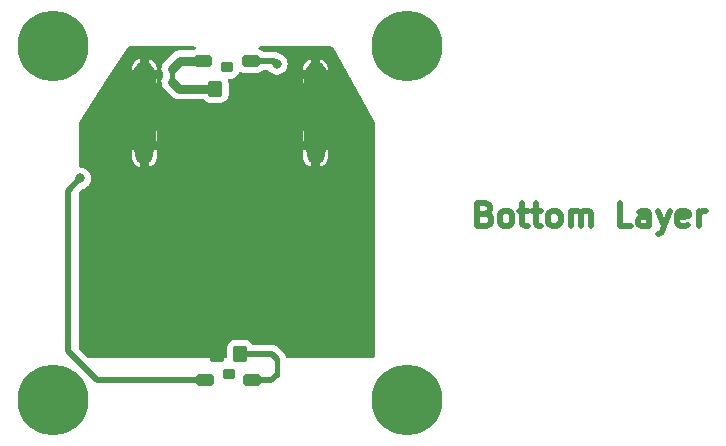
<source format=gbr>
%TF.GenerationSoftware,KiCad,Pcbnew,7.0.7*%
%TF.CreationDate,2023-11-23T16:05:46-08:00*%
%TF.ProjectId,MIPI2HDMI,4d495049-3248-4444-9d49-2e6b69636164,R1*%
%TF.SameCoordinates,Original*%
%TF.FileFunction,Copper,L2,Bot*%
%TF.FilePolarity,Positive*%
%FSLAX46Y46*%
G04 Gerber Fmt 4.6, Leading zero omitted, Abs format (unit mm)*
G04 Created by KiCad (PCBNEW 7.0.7) date 2023-11-23 16:05:46*
%MOMM*%
%LPD*%
G01*
G04 APERTURE LIST*
G04 Aperture macros list*
%AMRoundRect*
0 Rectangle with rounded corners*
0 $1 Rounding radius*
0 $2 $3 $4 $5 $6 $7 $8 $9 X,Y pos of 4 corners*
0 Add a 4 corners polygon primitive as box body*
4,1,4,$2,$3,$4,$5,$6,$7,$8,$9,$2,$3,0*
0 Add four circle primitives for the rounded corners*
1,1,$1+$1,$2,$3*
1,1,$1+$1,$4,$5*
1,1,$1+$1,$6,$7*
1,1,$1+$1,$8,$9*
0 Add four rect primitives between the rounded corners*
20,1,$1+$1,$2,$3,$4,$5,0*
20,1,$1+$1,$4,$5,$6,$7,0*
20,1,$1+$1,$6,$7,$8,$9,0*
20,1,$1+$1,$8,$9,$2,$3,0*%
G04 Aperture macros list end*
%ADD10C,0.500000*%
%TA.AperFunction,NonConductor*%
%ADD11C,0.500000*%
%TD*%
%TA.AperFunction,ComponentPad*%
%ADD12O,1.500000X3.300000*%
%TD*%
%TA.AperFunction,ComponentPad*%
%ADD13O,1.500000X2.300000*%
%TD*%
%TA.AperFunction,ComponentPad*%
%ADD14C,6.000000*%
%TD*%
%TA.AperFunction,SMDPad,CuDef*%
%ADD15RoundRect,0.225000X-0.275000X-0.225000X0.275000X-0.225000X0.275000X0.225000X-0.275000X0.225000X0*%
%TD*%
%TA.AperFunction,SMDPad,CuDef*%
%ADD16RoundRect,0.250000X-0.500000X-0.250000X0.500000X-0.250000X0.500000X0.250000X-0.500000X0.250000X0*%
%TD*%
%TA.AperFunction,SMDPad,CuDef*%
%ADD17RoundRect,0.250000X-0.350000X-0.450000X0.350000X-0.450000X0.350000X0.450000X-0.350000X0.450000X0*%
%TD*%
%TA.AperFunction,SMDPad,CuDef*%
%ADD18RoundRect,0.250000X0.350000X0.450000X-0.350000X0.450000X-0.350000X-0.450000X0.350000X-0.450000X0*%
%TD*%
%TA.AperFunction,SMDPad,CuDef*%
%ADD19RoundRect,0.225000X0.275000X0.225000X-0.275000X0.225000X-0.275000X-0.225000X0.275000X-0.225000X0*%
%TD*%
%TA.AperFunction,SMDPad,CuDef*%
%ADD20RoundRect,0.250000X0.500000X0.250000X-0.500000X0.250000X-0.500000X-0.250000X0.500000X-0.250000X0*%
%TD*%
%TA.AperFunction,ViaPad*%
%ADD21C,0.800000*%
%TD*%
%TA.AperFunction,Conductor*%
%ADD22C,0.500000*%
%TD*%
%TA.AperFunction,Conductor*%
%ADD23C,2.000000*%
%TD*%
%TA.AperFunction,Conductor*%
%ADD24C,0.762000*%
%TD*%
%TA.AperFunction,Conductor*%
%ADD25C,0.400000*%
%TD*%
G04 APERTURE END LIST*
D10*
D11*
X135411804Y-85451619D02*
X135697518Y-85546857D01*
X135697518Y-85546857D02*
X135792756Y-85642095D01*
X135792756Y-85642095D02*
X135887994Y-85832571D01*
X135887994Y-85832571D02*
X135887994Y-86118285D01*
X135887994Y-86118285D02*
X135792756Y-86308761D01*
X135792756Y-86308761D02*
X135697518Y-86404000D01*
X135697518Y-86404000D02*
X135507042Y-86499238D01*
X135507042Y-86499238D02*
X134745137Y-86499238D01*
X134745137Y-86499238D02*
X134745137Y-84499238D01*
X134745137Y-84499238D02*
X135411804Y-84499238D01*
X135411804Y-84499238D02*
X135602280Y-84594476D01*
X135602280Y-84594476D02*
X135697518Y-84689714D01*
X135697518Y-84689714D02*
X135792756Y-84880190D01*
X135792756Y-84880190D02*
X135792756Y-85070666D01*
X135792756Y-85070666D02*
X135697518Y-85261142D01*
X135697518Y-85261142D02*
X135602280Y-85356380D01*
X135602280Y-85356380D02*
X135411804Y-85451619D01*
X135411804Y-85451619D02*
X134745137Y-85451619D01*
X137030851Y-86499238D02*
X136840375Y-86404000D01*
X136840375Y-86404000D02*
X136745137Y-86308761D01*
X136745137Y-86308761D02*
X136649899Y-86118285D01*
X136649899Y-86118285D02*
X136649899Y-85546857D01*
X136649899Y-85546857D02*
X136745137Y-85356380D01*
X136745137Y-85356380D02*
X136840375Y-85261142D01*
X136840375Y-85261142D02*
X137030851Y-85165904D01*
X137030851Y-85165904D02*
X137316566Y-85165904D01*
X137316566Y-85165904D02*
X137507042Y-85261142D01*
X137507042Y-85261142D02*
X137602280Y-85356380D01*
X137602280Y-85356380D02*
X137697518Y-85546857D01*
X137697518Y-85546857D02*
X137697518Y-86118285D01*
X137697518Y-86118285D02*
X137602280Y-86308761D01*
X137602280Y-86308761D02*
X137507042Y-86404000D01*
X137507042Y-86404000D02*
X137316566Y-86499238D01*
X137316566Y-86499238D02*
X137030851Y-86499238D01*
X138268947Y-85165904D02*
X139030851Y-85165904D01*
X138554661Y-84499238D02*
X138554661Y-86213523D01*
X138554661Y-86213523D02*
X138649899Y-86404000D01*
X138649899Y-86404000D02*
X138840375Y-86499238D01*
X138840375Y-86499238D02*
X139030851Y-86499238D01*
X139411804Y-85165904D02*
X140173708Y-85165904D01*
X139697518Y-84499238D02*
X139697518Y-86213523D01*
X139697518Y-86213523D02*
X139792756Y-86404000D01*
X139792756Y-86404000D02*
X139983232Y-86499238D01*
X139983232Y-86499238D02*
X140173708Y-86499238D01*
X141126089Y-86499238D02*
X140935613Y-86404000D01*
X140935613Y-86404000D02*
X140840375Y-86308761D01*
X140840375Y-86308761D02*
X140745137Y-86118285D01*
X140745137Y-86118285D02*
X140745137Y-85546857D01*
X140745137Y-85546857D02*
X140840375Y-85356380D01*
X140840375Y-85356380D02*
X140935613Y-85261142D01*
X140935613Y-85261142D02*
X141126089Y-85165904D01*
X141126089Y-85165904D02*
X141411804Y-85165904D01*
X141411804Y-85165904D02*
X141602280Y-85261142D01*
X141602280Y-85261142D02*
X141697518Y-85356380D01*
X141697518Y-85356380D02*
X141792756Y-85546857D01*
X141792756Y-85546857D02*
X141792756Y-86118285D01*
X141792756Y-86118285D02*
X141697518Y-86308761D01*
X141697518Y-86308761D02*
X141602280Y-86404000D01*
X141602280Y-86404000D02*
X141411804Y-86499238D01*
X141411804Y-86499238D02*
X141126089Y-86499238D01*
X142649899Y-86499238D02*
X142649899Y-85165904D01*
X142649899Y-85356380D02*
X142745137Y-85261142D01*
X142745137Y-85261142D02*
X142935613Y-85165904D01*
X142935613Y-85165904D02*
X143221328Y-85165904D01*
X143221328Y-85165904D02*
X143411804Y-85261142D01*
X143411804Y-85261142D02*
X143507042Y-85451619D01*
X143507042Y-85451619D02*
X143507042Y-86499238D01*
X143507042Y-85451619D02*
X143602280Y-85261142D01*
X143602280Y-85261142D02*
X143792756Y-85165904D01*
X143792756Y-85165904D02*
X144078470Y-85165904D01*
X144078470Y-85165904D02*
X144268947Y-85261142D01*
X144268947Y-85261142D02*
X144364185Y-85451619D01*
X144364185Y-85451619D02*
X144364185Y-86499238D01*
X147792757Y-86499238D02*
X146840376Y-86499238D01*
X146840376Y-86499238D02*
X146840376Y-84499238D01*
X149316567Y-86499238D02*
X149316567Y-85451619D01*
X149316567Y-85451619D02*
X149221329Y-85261142D01*
X149221329Y-85261142D02*
X149030853Y-85165904D01*
X149030853Y-85165904D02*
X148649900Y-85165904D01*
X148649900Y-85165904D02*
X148459424Y-85261142D01*
X149316567Y-86404000D02*
X149126091Y-86499238D01*
X149126091Y-86499238D02*
X148649900Y-86499238D01*
X148649900Y-86499238D02*
X148459424Y-86404000D01*
X148459424Y-86404000D02*
X148364186Y-86213523D01*
X148364186Y-86213523D02*
X148364186Y-86023047D01*
X148364186Y-86023047D02*
X148459424Y-85832571D01*
X148459424Y-85832571D02*
X148649900Y-85737333D01*
X148649900Y-85737333D02*
X149126091Y-85737333D01*
X149126091Y-85737333D02*
X149316567Y-85642095D01*
X150078472Y-85165904D02*
X150554662Y-86499238D01*
X151030853Y-85165904D02*
X150554662Y-86499238D01*
X150554662Y-86499238D02*
X150364186Y-86975428D01*
X150364186Y-86975428D02*
X150268948Y-87070666D01*
X150268948Y-87070666D02*
X150078472Y-87165904D01*
X152554663Y-86404000D02*
X152364187Y-86499238D01*
X152364187Y-86499238D02*
X151983234Y-86499238D01*
X151983234Y-86499238D02*
X151792758Y-86404000D01*
X151792758Y-86404000D02*
X151697520Y-86213523D01*
X151697520Y-86213523D02*
X151697520Y-85451619D01*
X151697520Y-85451619D02*
X151792758Y-85261142D01*
X151792758Y-85261142D02*
X151983234Y-85165904D01*
X151983234Y-85165904D02*
X152364187Y-85165904D01*
X152364187Y-85165904D02*
X152554663Y-85261142D01*
X152554663Y-85261142D02*
X152649901Y-85451619D01*
X152649901Y-85451619D02*
X152649901Y-85642095D01*
X152649901Y-85642095D02*
X151697520Y-85832571D01*
X153507044Y-86499238D02*
X153507044Y-85165904D01*
X153507044Y-85546857D02*
X153602282Y-85356380D01*
X153602282Y-85356380D02*
X153697520Y-85261142D01*
X153697520Y-85261142D02*
X153887996Y-85165904D01*
X153887996Y-85165904D02*
X154078473Y-85165904D01*
D12*
%TO.P,J1,SH,SH*%
%TO.N,GND*%
X106550000Y-79630000D03*
X121050000Y-79630000D03*
D13*
X106550000Y-73670000D03*
X121050000Y-73670000D03*
%TD*%
D14*
%TO.P,H1,1*%
%TO.N,N/C*%
X128800000Y-71200000D03*
%TD*%
%TO.P,H3,1*%
%TO.N,N/C*%
X128800000Y-101200000D03*
%TD*%
%TO.P,H4,1*%
%TO.N,N/C*%
X98800000Y-101200000D03*
%TD*%
%TO.P,H2,1*%
%TO.N,N/C*%
X98800000Y-71200000D03*
%TD*%
D15*
%TO.P,D1,*%
%TO.N,*%
X113565000Y-73040000D03*
D16*
%TO.P,D1,1,A*%
%TO.N,+3V3*%
X115565000Y-72490000D03*
%TO.P,D1,2,K*%
%TO.N,Net-(D1-K)*%
X111565000Y-72490000D03*
%TD*%
D17*
%TO.P,R1,1*%
%TO.N,Net-(D1-K)*%
X112575000Y-74850000D03*
%TO.P,R1,2*%
%TO.N,GND*%
X114575000Y-74850000D03*
%TD*%
D18*
%TO.P,R3,1*%
%TO.N,Net-(D3-K)*%
X114675000Y-97310000D03*
%TO.P,R3,2*%
%TO.N,GND*%
X112675000Y-97310000D03*
%TD*%
D19*
%TO.P,D3,*%
%TO.N,*%
X113685000Y-98990000D03*
D20*
%TO.P,D3,1,A*%
%TO.N,+3V3*%
X111685000Y-99540000D03*
%TO.P,D3,2,K*%
%TO.N,Net-(D3-K)*%
X115685000Y-99540000D03*
%TD*%
D21*
%TO.N,+3V3*%
X117780000Y-72760000D03*
X101119500Y-82440000D03*
%TO.N,GND*%
X120799000Y-93543200D03*
X103700000Y-97130000D03*
X104700000Y-97130000D03*
X105700000Y-93630000D03*
X102700000Y-92130000D03*
X124700000Y-97130000D03*
X123700000Y-92130000D03*
X112800000Y-78480000D03*
X122700000Y-92130000D03*
X111300000Y-78480000D03*
X122700000Y-97130000D03*
X109800000Y-78480000D03*
X114800000Y-90130000D03*
X101700000Y-93630000D03*
X117799000Y-93538000D03*
X111800000Y-90080000D03*
X105700000Y-94630000D03*
X111799000Y-93538000D03*
X105700000Y-95630000D03*
X102700000Y-97130000D03*
X121700000Y-95630000D03*
X114799000Y-93538000D03*
X125700000Y-95630000D03*
X117300000Y-82430000D03*
X125700000Y-93630000D03*
X121700000Y-94630000D03*
X114300000Y-78480000D03*
X123700000Y-97130000D03*
X125700000Y-94630000D03*
X117800000Y-90130000D03*
X101700000Y-95630000D03*
X124700000Y-92130000D03*
X103700000Y-92130000D03*
X120800000Y-90130000D03*
X101700000Y-94630000D03*
%TD*%
D22*
%TO.N,+3V3*%
X115565000Y-72490000D02*
X117510000Y-72490000D01*
X100060000Y-83499500D02*
X101119500Y-82440000D01*
X100060000Y-97040000D02*
X100060000Y-83499500D01*
X117510000Y-72490000D02*
X117780000Y-72760000D01*
X111685000Y-99540000D02*
X102560000Y-99540000D01*
X102560000Y-99540000D02*
X100060000Y-97040000D01*
D23*
%TO.N,GND*%
X121050000Y-73670000D02*
X121050000Y-79630000D01*
X106550000Y-73670000D02*
X106550000Y-79630000D01*
D24*
%TO.N,Net-(D1-K)*%
X109555000Y-72490000D02*
X111565000Y-72490000D01*
X108895000Y-73150000D02*
X109555000Y-72490000D01*
X112575000Y-74850000D02*
X109485000Y-74850000D01*
X109485000Y-74850000D02*
X108895000Y-74260000D01*
D25*
X108895000Y-74260000D02*
X108895000Y-73150000D01*
D22*
%TO.N,Net-(D3-K)*%
X117375000Y-97310000D02*
X117785000Y-97720000D01*
D25*
X117785000Y-97720000D02*
X117785000Y-99070000D01*
D22*
X114675000Y-97310000D02*
X117375000Y-97310000D01*
X117785000Y-99070000D02*
X117315000Y-99540000D01*
X117315000Y-99540000D02*
X115685000Y-99540000D01*
%TD*%
%TA.AperFunction,Conductor*%
%TO.N,GND*%
G36*
X110856096Y-71294002D02*
G01*
X110902589Y-71347658D01*
X110912693Y-71417932D01*
X110883199Y-71482512D01*
X110827608Y-71519604D01*
X110742262Y-71547885D01*
X110742259Y-71547886D01*
X110687372Y-71581741D01*
X110621226Y-71600500D01*
X109634925Y-71600500D01*
X109615214Y-71598949D01*
X109601806Y-71596825D01*
X109557874Y-71599128D01*
X109533328Y-71600414D01*
X109530056Y-71600500D01*
X109508371Y-71600500D01*
X109486822Y-71602765D01*
X109483538Y-71603023D01*
X109475952Y-71603421D01*
X109415087Y-71606610D01*
X109401968Y-71610125D01*
X109382538Y-71613726D01*
X109369042Y-71615144D01*
X109316795Y-71632121D01*
X109303843Y-71636329D01*
X109300696Y-71637261D01*
X109252497Y-71650176D01*
X109234476Y-71655006D01*
X109234475Y-71655006D01*
X109234473Y-71655007D01*
X109222381Y-71661168D01*
X109204120Y-71668731D01*
X109191217Y-71672923D01*
X109191214Y-71672925D01*
X109131848Y-71707199D01*
X109128950Y-71708773D01*
X109067874Y-71739893D01*
X109057331Y-71748431D01*
X109041042Y-71759626D01*
X109029292Y-71766410D01*
X109029281Y-71766418D01*
X108978352Y-71812274D01*
X108975848Y-71814412D01*
X108959000Y-71828057D01*
X108958991Y-71828065D01*
X108943657Y-71843398D01*
X108941267Y-71845665D01*
X108890331Y-71891529D01*
X108882350Y-71902513D01*
X108869515Y-71917540D01*
X108233064Y-72553992D01*
X108233059Y-72553998D01*
X108144897Y-72662868D01*
X108144892Y-72662877D01*
X108060005Y-72829476D01*
X108011611Y-73010079D01*
X108011610Y-73010089D01*
X108001825Y-73196807D01*
X108031076Y-73381490D01*
X108098084Y-73556050D01*
X108150248Y-73636374D01*
X108170575Y-73704398D01*
X108150898Y-73772614D01*
X108150249Y-73773623D01*
X108098083Y-73853952D01*
X108031076Y-74028509D01*
X108001826Y-74213190D01*
X108011610Y-74399910D01*
X108011611Y-74399920D01*
X108060005Y-74580523D01*
X108088548Y-74636541D01*
X108144893Y-74747125D01*
X108144895Y-74747127D01*
X108144897Y-74747131D01*
X108203472Y-74819464D01*
X108233063Y-74856006D01*
X108799514Y-75422457D01*
X108812348Y-75437483D01*
X108820332Y-75448472D01*
X108846954Y-75472442D01*
X108871297Y-75494360D01*
X108873652Y-75496595D01*
X108888992Y-75511935D01*
X108905843Y-75525581D01*
X108908327Y-75527702D01*
X108959285Y-75573585D01*
X108968851Y-75579107D01*
X108971034Y-75580368D01*
X108987333Y-75591570D01*
X108997872Y-75600105D01*
X108997877Y-75600108D01*
X109058939Y-75631220D01*
X109061838Y-75632794D01*
X109105276Y-75657872D01*
X109121215Y-75667075D01*
X109134126Y-75671270D01*
X109152379Y-75678830D01*
X109164476Y-75684994D01*
X109230707Y-75702740D01*
X109233828Y-75703664D01*
X109299044Y-75724855D01*
X109312530Y-75726272D01*
X109331969Y-75729874D01*
X109345085Y-75733389D01*
X109345091Y-75733389D01*
X109345094Y-75733390D01*
X109384173Y-75735436D01*
X109413554Y-75736976D01*
X109416815Y-75737232D01*
X109438380Y-75739500D01*
X109460056Y-75739500D01*
X109463328Y-75739585D01*
X109522609Y-75742691D01*
X109531808Y-75743174D01*
X109531808Y-75743173D01*
X109531810Y-75743174D01*
X109545214Y-75741050D01*
X109564925Y-75739500D01*
X111539627Y-75739500D01*
X111607748Y-75759502D01*
X111628722Y-75776405D01*
X111751341Y-75899024D01*
X111751347Y-75899029D01*
X111751348Y-75899030D01*
X111902262Y-75992115D01*
X112070574Y-76047887D01*
X112174455Y-76058500D01*
X112975544Y-76058499D01*
X113079426Y-76047887D01*
X113247738Y-75992115D01*
X113398652Y-75899030D01*
X113524030Y-75773652D01*
X113617115Y-75622738D01*
X113672887Y-75454426D01*
X113683500Y-75350545D01*
X113683499Y-74349456D01*
X113672887Y-74245574D01*
X113672886Y-74245570D01*
X113672886Y-74245568D01*
X113645901Y-74164133D01*
X113644446Y-74121827D01*
X119995200Y-74121827D01*
X120010460Y-74276770D01*
X120070776Y-74475608D01*
X120168722Y-74658851D01*
X120300535Y-74819464D01*
X120461148Y-74951277D01*
X120644388Y-75049222D01*
X120644394Y-75049224D01*
X120668998Y-75056688D01*
X120668999Y-75056688D01*
X120668999Y-74587883D01*
X120689001Y-74519762D01*
X120742657Y-74473269D01*
X120812931Y-74463165D01*
X120857999Y-74478764D01*
X120883735Y-74493623D01*
X120883738Y-74493623D01*
X120883740Y-74493625D01*
X121015992Y-74523810D01*
X121151265Y-74513673D01*
X121258969Y-74471401D01*
X121329685Y-74465134D01*
X121392567Y-74498094D01*
X121427647Y-74559819D01*
X121431000Y-74588692D01*
X121431000Y-75056687D01*
X121455605Y-75049224D01*
X121638851Y-74951277D01*
X121799464Y-74819464D01*
X121931277Y-74658851D01*
X122029223Y-74475608D01*
X122089539Y-74276770D01*
X122104799Y-74121827D01*
X122104800Y-74121811D01*
X122104800Y-74051000D01*
X121626000Y-74051000D01*
X121557879Y-74030998D01*
X121511386Y-73977342D01*
X121500000Y-73925000D01*
X121500000Y-73415000D01*
X121520002Y-73346879D01*
X121573658Y-73300386D01*
X121626000Y-73289000D01*
X122104800Y-73289000D01*
X122104800Y-73218188D01*
X122104799Y-73218172D01*
X122089539Y-73063229D01*
X122029223Y-72864391D01*
X121931277Y-72681148D01*
X121799464Y-72520535D01*
X121638851Y-72388722D01*
X121455610Y-72290777D01*
X121430999Y-72283311D01*
X121431000Y-72752116D01*
X121410998Y-72820237D01*
X121357342Y-72866730D01*
X121287068Y-72876834D01*
X121242001Y-72861236D01*
X121216262Y-72846376D01*
X121216257Y-72846374D01*
X121084010Y-72816190D01*
X121084009Y-72816190D01*
X121084008Y-72816190D01*
X121038916Y-72819569D01*
X120948733Y-72826327D01*
X120841032Y-72868597D01*
X120770312Y-72874865D01*
X120707431Y-72841904D01*
X120672352Y-72780179D01*
X120668999Y-72751307D01*
X120668999Y-72283311D01*
X120644391Y-72290776D01*
X120461146Y-72388723D01*
X120300535Y-72520535D01*
X120168722Y-72681148D01*
X120070776Y-72864391D01*
X120010460Y-73063229D01*
X119995200Y-73218172D01*
X119995200Y-73289000D01*
X120474000Y-73289000D01*
X120542121Y-73309002D01*
X120588614Y-73362658D01*
X120600000Y-73415000D01*
X120600000Y-73925000D01*
X120579998Y-73993121D01*
X120526342Y-74039614D01*
X120474000Y-74051000D01*
X119995200Y-74051000D01*
X119995200Y-74121827D01*
X113644446Y-74121827D01*
X113643460Y-74093178D01*
X113679768Y-74032168D01*
X113743297Y-74000473D01*
X113765505Y-73998500D01*
X113888880Y-73998500D01*
X113961936Y-73991035D01*
X113989336Y-73988236D01*
X114152101Y-73934302D01*
X114298040Y-73844285D01*
X114419285Y-73723040D01*
X114509302Y-73577101D01*
X114538602Y-73488675D01*
X114579014Y-73430306D01*
X114644570Y-73403049D01*
X114714456Y-73415562D01*
X114724343Y-73421062D01*
X114742262Y-73432115D01*
X114910574Y-73487887D01*
X115014455Y-73498500D01*
X116115544Y-73498499D01*
X116219426Y-73487887D01*
X116387738Y-73432115D01*
X116538652Y-73339030D01*
X116592278Y-73285403D01*
X116654588Y-73251380D01*
X116681372Y-73248500D01*
X116941563Y-73248500D01*
X117009684Y-73268502D01*
X117035549Y-73292929D01*
X117036541Y-73292037D01*
X117168744Y-73438864D01*
X117168747Y-73438866D01*
X117323248Y-73551118D01*
X117497712Y-73628794D01*
X117684513Y-73668500D01*
X117875487Y-73668500D01*
X118062288Y-73628794D01*
X118236752Y-73551118D01*
X118391253Y-73438866D01*
X118397333Y-73432114D01*
X118519034Y-73296951D01*
X118519035Y-73296949D01*
X118519040Y-73296944D01*
X118614527Y-73131556D01*
X118673542Y-72949928D01*
X118693504Y-72760000D01*
X118673542Y-72570072D01*
X118614527Y-72388444D01*
X118519040Y-72223056D01*
X118519038Y-72223054D01*
X118519034Y-72223048D01*
X118391255Y-72081135D01*
X118236752Y-71968882D01*
X118062288Y-71891206D01*
X117977657Y-71873216D01*
X117934619Y-71855242D01*
X117923512Y-71847937D01*
X117923548Y-71847882D01*
X117917187Y-71843829D01*
X117917153Y-71843886D01*
X117910906Y-71840033D01*
X117840540Y-71807220D01*
X117771188Y-71772391D01*
X117771186Y-71772390D01*
X117771183Y-71772389D01*
X117764289Y-71769880D01*
X117764311Y-71769817D01*
X117757189Y-71767341D01*
X117757169Y-71767404D01*
X117750209Y-71765097D01*
X117674150Y-71749392D01*
X117598652Y-71731499D01*
X117591367Y-71730648D01*
X117591374Y-71730580D01*
X117583877Y-71729814D01*
X117583872Y-71729881D01*
X117576559Y-71729241D01*
X117576558Y-71729241D01*
X117498920Y-71731500D01*
X116681372Y-71731500D01*
X116613251Y-71711498D01*
X116592281Y-71694599D01*
X116538652Y-71640970D01*
X116387738Y-71547885D01*
X116302391Y-71519604D01*
X116244020Y-71479191D01*
X116216764Y-71413635D01*
X116229277Y-71343749D01*
X116277587Y-71291723D01*
X116342024Y-71274000D01*
X122396358Y-71274000D01*
X122464479Y-71294002D01*
X122506140Y-71338164D01*
X124983759Y-75736975D01*
X126033783Y-77601208D01*
X126050000Y-77663043D01*
X126050000Y-97504000D01*
X126029998Y-97572121D01*
X125976342Y-97618614D01*
X125924000Y-97630000D01*
X118645221Y-97630000D01*
X118577100Y-97609998D01*
X118530607Y-97556342D01*
X118525617Y-97543633D01*
X118477115Y-97397265D01*
X118477114Y-97397264D01*
X118477114Y-97397262D01*
X118384030Y-97246349D01*
X117956901Y-96819220D01*
X117944936Y-96805375D01*
X117930469Y-96785942D01*
X117930467Y-96785940D01*
X117890024Y-96752003D01*
X117885970Y-96748289D01*
X117880107Y-96742425D01*
X117854104Y-96721864D01*
X117794636Y-96671965D01*
X117788506Y-96667933D01*
X117788541Y-96667878D01*
X117782187Y-96663829D01*
X117782153Y-96663886D01*
X117775906Y-96660033D01*
X117705540Y-96627220D01*
X117705539Y-96627219D01*
X117636188Y-96592391D01*
X117636186Y-96592390D01*
X117636183Y-96592389D01*
X117629289Y-96589880D01*
X117629311Y-96589817D01*
X117622189Y-96587341D01*
X117622169Y-96587404D01*
X117615209Y-96585097D01*
X117539150Y-96569392D01*
X117463652Y-96551499D01*
X117456367Y-96550648D01*
X117456374Y-96550580D01*
X117448877Y-96549814D01*
X117448872Y-96549881D01*
X117441559Y-96549241D01*
X117441558Y-96549241D01*
X117363920Y-96551500D01*
X115796220Y-96551500D01*
X115728099Y-96531498D01*
X115688979Y-96491647D01*
X115624029Y-96386347D01*
X115624024Y-96386341D01*
X115498658Y-96260975D01*
X115498652Y-96260970D01*
X115498652Y-96260969D01*
X115347738Y-96167885D01*
X115263581Y-96139998D01*
X115179427Y-96112113D01*
X115179420Y-96112112D01*
X115075553Y-96101500D01*
X114274455Y-96101500D01*
X114170574Y-96112112D01*
X114002261Y-96167885D01*
X113851347Y-96260970D01*
X113851341Y-96260975D01*
X113725975Y-96386341D01*
X113725970Y-96386347D01*
X113632885Y-96537262D01*
X113577113Y-96705572D01*
X113577112Y-96705579D01*
X113566500Y-96809446D01*
X113566500Y-96809454D01*
X113566500Y-96809455D01*
X113566500Y-97246349D01*
X113566501Y-97504000D01*
X113546499Y-97572121D01*
X113492843Y-97618614D01*
X113440501Y-97630000D01*
X101774871Y-97630000D01*
X101706750Y-97609998D01*
X101685776Y-97593095D01*
X101086905Y-96994224D01*
X101052879Y-96931912D01*
X101050000Y-96905129D01*
X101050000Y-83634369D01*
X101070002Y-83566248D01*
X101086899Y-83545280D01*
X101275832Y-83356347D01*
X101338142Y-83322323D01*
X101338499Y-83322246D01*
X101401788Y-83308794D01*
X101576252Y-83231118D01*
X101730753Y-83118866D01*
X101749006Y-83098594D01*
X101858534Y-82976951D01*
X101858535Y-82976949D01*
X101858540Y-82976944D01*
X101954027Y-82811556D01*
X102013042Y-82629928D01*
X102033004Y-82440000D01*
X102013042Y-82250072D01*
X101954027Y-82068444D01*
X101858540Y-81903056D01*
X101858538Y-81903054D01*
X101858534Y-81903048D01*
X101730755Y-81761135D01*
X101576252Y-81648882D01*
X101401788Y-81571206D01*
X101214987Y-81531500D01*
X101176000Y-81531500D01*
X101107879Y-81511498D01*
X101061386Y-81457842D01*
X101050000Y-81405500D01*
X101050000Y-80581827D01*
X105495200Y-80581827D01*
X105510460Y-80736770D01*
X105570776Y-80935608D01*
X105668722Y-81118851D01*
X105800535Y-81279464D01*
X105961148Y-81411277D01*
X106144394Y-81509224D01*
X106169000Y-81516687D01*
X106169000Y-81047883D01*
X106189002Y-80979762D01*
X106242658Y-80933269D01*
X106312932Y-80923165D01*
X106357998Y-80938763D01*
X106383740Y-80953625D01*
X106515992Y-80983810D01*
X106651265Y-80973673D01*
X106758969Y-80931401D01*
X106829685Y-80925134D01*
X106892567Y-80958094D01*
X106927647Y-81019819D01*
X106931000Y-81048692D01*
X106931000Y-81516687D01*
X106955605Y-81509224D01*
X107138851Y-81411277D01*
X107299464Y-81279464D01*
X107431277Y-81118851D01*
X107529223Y-80935608D01*
X107589539Y-80736770D01*
X107604799Y-80581827D01*
X119995200Y-80581827D01*
X120010460Y-80736770D01*
X120070776Y-80935608D01*
X120168722Y-81118851D01*
X120300535Y-81279464D01*
X120461148Y-81411277D01*
X120644394Y-81509224D01*
X120669000Y-81516687D01*
X120669000Y-81047883D01*
X120689002Y-80979762D01*
X120742658Y-80933269D01*
X120812932Y-80923165D01*
X120857998Y-80938763D01*
X120883740Y-80953625D01*
X121015992Y-80983810D01*
X121151265Y-80973673D01*
X121258970Y-80931401D01*
X121329684Y-80925134D01*
X121392566Y-80958094D01*
X121427646Y-81019818D01*
X121430999Y-81048692D01*
X121430999Y-81516687D01*
X121455607Y-81509224D01*
X121638853Y-81411276D01*
X121799464Y-81279464D01*
X121931277Y-81118851D01*
X122029223Y-80935608D01*
X122089539Y-80736770D01*
X122104799Y-80581827D01*
X122104800Y-80581811D01*
X122104800Y-80011000D01*
X121626000Y-80011000D01*
X121557879Y-79990998D01*
X121511386Y-79937342D01*
X121500000Y-79885000D01*
X121500000Y-79375000D01*
X121520002Y-79306879D01*
X121573658Y-79260386D01*
X121626000Y-79249000D01*
X122104800Y-79249000D01*
X122104800Y-78678188D01*
X122104799Y-78678172D01*
X122089539Y-78523229D01*
X122029223Y-78324391D01*
X121931277Y-78141148D01*
X121799464Y-77980535D01*
X121638851Y-77848722D01*
X121455608Y-77750776D01*
X121430999Y-77743311D01*
X121430999Y-78212116D01*
X121410997Y-78280237D01*
X121357341Y-78326730D01*
X121287067Y-78336834D01*
X121241999Y-78321235D01*
X121216263Y-78306376D01*
X121216257Y-78306374D01*
X121084010Y-78276190D01*
X121084009Y-78276190D01*
X121084008Y-78276190D01*
X121038917Y-78279569D01*
X120948733Y-78286327D01*
X120841033Y-78328597D01*
X120770314Y-78334865D01*
X120707432Y-78301904D01*
X120672353Y-78240180D01*
X120669000Y-78211307D01*
X120668999Y-77743311D01*
X120644389Y-77750777D01*
X120461148Y-77848722D01*
X120300535Y-77980535D01*
X120168722Y-78141148D01*
X120070776Y-78324391D01*
X120010460Y-78523229D01*
X119995200Y-78678172D01*
X119995200Y-79249000D01*
X120474000Y-79249000D01*
X120542121Y-79269002D01*
X120588614Y-79322658D01*
X120600000Y-79375000D01*
X120600000Y-79885000D01*
X120579998Y-79953121D01*
X120526342Y-79999614D01*
X120474000Y-80011000D01*
X119995200Y-80011000D01*
X119995200Y-80581827D01*
X107604799Y-80581827D01*
X107604800Y-80581811D01*
X107604800Y-80011000D01*
X107126000Y-80011000D01*
X107057879Y-79990998D01*
X107011386Y-79937342D01*
X107000000Y-79885000D01*
X107000000Y-79375000D01*
X107020002Y-79306879D01*
X107073658Y-79260386D01*
X107126000Y-79249000D01*
X107604800Y-79249000D01*
X107604800Y-78678188D01*
X107604799Y-78678172D01*
X107589539Y-78523229D01*
X107529223Y-78324391D01*
X107431277Y-78141148D01*
X107299464Y-77980535D01*
X107138851Y-77848722D01*
X106955610Y-77750777D01*
X106931000Y-77743311D01*
X106931000Y-78212116D01*
X106910998Y-78280237D01*
X106857342Y-78326730D01*
X106787068Y-78336834D01*
X106742001Y-78321236D01*
X106716262Y-78306376D01*
X106716257Y-78306374D01*
X106584010Y-78276190D01*
X106584009Y-78276190D01*
X106584008Y-78276190D01*
X106538917Y-78279569D01*
X106448733Y-78286327D01*
X106341033Y-78328597D01*
X106270314Y-78334865D01*
X106207432Y-78301904D01*
X106172353Y-78240180D01*
X106169000Y-78211307D01*
X106168999Y-77743311D01*
X106144389Y-77750777D01*
X105961148Y-77848722D01*
X105800535Y-77980535D01*
X105668722Y-78141148D01*
X105570776Y-78324391D01*
X105510460Y-78523229D01*
X105495200Y-78678172D01*
X105495200Y-79249000D01*
X105974000Y-79249000D01*
X106042121Y-79269002D01*
X106088614Y-79322658D01*
X106100000Y-79375000D01*
X106100000Y-79885000D01*
X106079998Y-79953121D01*
X106026342Y-79999614D01*
X105974000Y-80011000D01*
X105495200Y-80011000D01*
X105495200Y-80581827D01*
X101050000Y-80581827D01*
X101050000Y-77667264D01*
X101070002Y-77599143D01*
X101070270Y-77598729D01*
X103324020Y-74121827D01*
X105495200Y-74121827D01*
X105510460Y-74276770D01*
X105570776Y-74475608D01*
X105668722Y-74658851D01*
X105800535Y-74819464D01*
X105961148Y-74951277D01*
X106144394Y-75049224D01*
X106169000Y-75056687D01*
X106169000Y-74587883D01*
X106189002Y-74519762D01*
X106242658Y-74473269D01*
X106312932Y-74463165D01*
X106357998Y-74478763D01*
X106383740Y-74493625D01*
X106515992Y-74523810D01*
X106651265Y-74513673D01*
X106758969Y-74471401D01*
X106829685Y-74465134D01*
X106892567Y-74498094D01*
X106927647Y-74559819D01*
X106931000Y-74588692D01*
X106931000Y-75056687D01*
X106955605Y-75049224D01*
X107138851Y-74951277D01*
X107299464Y-74819464D01*
X107431277Y-74658851D01*
X107529223Y-74475608D01*
X107589539Y-74276770D01*
X107604799Y-74121827D01*
X107604800Y-74121811D01*
X107604800Y-74051000D01*
X107126000Y-74051000D01*
X107057879Y-74030998D01*
X107011386Y-73977342D01*
X107000000Y-73925000D01*
X107000000Y-73415000D01*
X107020002Y-73346879D01*
X107073658Y-73300386D01*
X107126000Y-73289000D01*
X107604800Y-73289000D01*
X107604800Y-73218188D01*
X107604799Y-73218172D01*
X107589539Y-73063229D01*
X107529223Y-72864391D01*
X107431277Y-72681148D01*
X107299464Y-72520535D01*
X107138851Y-72388722D01*
X106955610Y-72290777D01*
X106931000Y-72283311D01*
X106931000Y-72752116D01*
X106910998Y-72820237D01*
X106857342Y-72866730D01*
X106787068Y-72876834D01*
X106742001Y-72861236D01*
X106716262Y-72846376D01*
X106716257Y-72846374D01*
X106584010Y-72816190D01*
X106584009Y-72816190D01*
X106584008Y-72816190D01*
X106538917Y-72819569D01*
X106448733Y-72826327D01*
X106341033Y-72868597D01*
X106270314Y-72874865D01*
X106207432Y-72841904D01*
X106172353Y-72780180D01*
X106169000Y-72751307D01*
X106168999Y-72283311D01*
X106144389Y-72290777D01*
X105961148Y-72388722D01*
X105800535Y-72520535D01*
X105668722Y-72681148D01*
X105570776Y-72864391D01*
X105510460Y-73063229D01*
X105495200Y-73218172D01*
X105495200Y-73289000D01*
X105974000Y-73289000D01*
X106042121Y-73309002D01*
X106088614Y-73362658D01*
X106100000Y-73415000D01*
X106100000Y-73925000D01*
X106079998Y-73993121D01*
X106026342Y-74039614D01*
X105974000Y-74051000D01*
X105495200Y-74051000D01*
X105495200Y-74121827D01*
X103324020Y-74121827D01*
X105132751Y-71331465D01*
X105186588Y-71285182D01*
X105238481Y-71274000D01*
X110787975Y-71274000D01*
X110856096Y-71294002D01*
G37*
%TD.AperFunction*%
%TD*%
M02*

</source>
